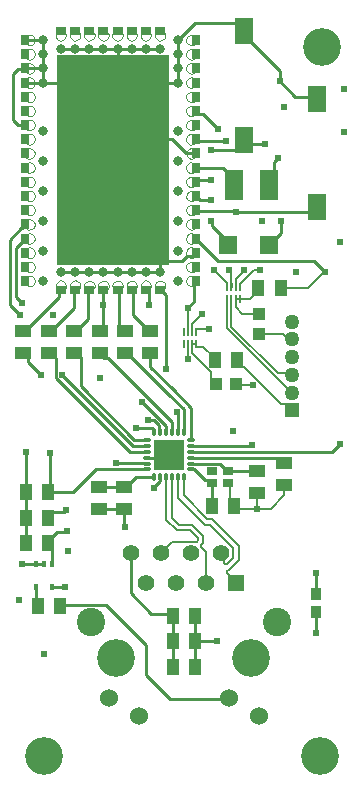
<source format=gtl>
G04*
G04 #@! TF.GenerationSoftware,Altium Limited,Altium Designer,20.0.10 (225)*
G04*
G04 Layer_Physical_Order=1*
G04 Layer_Color=255*
%FSLAX25Y25*%
%MOIN*%
G70*
G01*
G75*
%ADD12C,0.00000*%
%ADD16C,0.00800*%
%ADD33R,0.05000X0.05000*%
%ADD34C,0.05000*%
%ADD41R,0.03937X0.04331*%
%ADD42R,0.04331X0.03937*%
%ADD43R,0.04000X0.05500*%
%ADD44R,0.05500X0.04000*%
%ADD45R,0.09843X0.09843*%
G04:AMPARAMS|DCode=46|XSize=27.95mil|YSize=10.63mil|CornerRadius=3.72mil|HoleSize=0mil|Usage=FLASHONLY|Rotation=0.000|XOffset=0mil|YOffset=0mil|HoleType=Round|Shape=RoundedRectangle|*
%AMROUNDEDRECTD46*
21,1,0.02795,0.00319,0,0,0.0*
21,1,0.02051,0.01063,0,0,0.0*
1,1,0.00744,0.01026,-0.00160*
1,1,0.00744,-0.01026,-0.00160*
1,1,0.00744,-0.01026,0.00160*
1,1,0.00744,0.01026,0.00160*
%
%ADD46ROUNDEDRECTD46*%
G04:AMPARAMS|DCode=47|XSize=27.95mil|YSize=10.63mil|CornerRadius=3.72mil|HoleSize=0mil|Usage=FLASHONLY|Rotation=90.000|XOffset=0mil|YOffset=0mil|HoleType=Round|Shape=RoundedRectangle|*
%AMROUNDEDRECTD47*
21,1,0.02795,0.00319,0,0,90.0*
21,1,0.02051,0.01063,0,0,90.0*
1,1,0.00744,0.00160,0.01026*
1,1,0.00744,0.00160,-0.01026*
1,1,0.00744,-0.00160,-0.01026*
1,1,0.00744,-0.00160,0.01026*
%
%ADD47ROUNDEDRECTD47*%
%ADD48R,0.03819X0.03937*%
%ADD49R,0.00748X0.02795*%
%ADD50R,0.00748X0.03032*%
G04:AMPARAMS|DCode=51|XSize=35.43mil|YSize=29.53mil|CornerRadius=2.22mil|HoleSize=0mil|Usage=FLASHONLY|Rotation=90.000|XOffset=0mil|YOffset=0mil|HoleType=Round|Shape=RoundedRectangle|*
%AMROUNDEDRECTD51*
21,1,0.03543,0.02510,0,0,90.0*
21,1,0.03100,0.02953,0,0,90.0*
1,1,0.00443,0.01255,0.01550*
1,1,0.00443,0.01255,-0.01550*
1,1,0.00443,-0.01255,-0.01550*
1,1,0.00443,-0.01255,0.01550*
%
%ADD51ROUNDEDRECTD51*%
%ADD52C,0.03150*%
G04:AMPARAMS|DCode=53|XSize=35.43mil|YSize=29.53mil|CornerRadius=2.22mil|HoleSize=0mil|Usage=FLASHONLY|Rotation=0.000|XOffset=0mil|YOffset=0mil|HoleType=Round|Shape=RoundedRectangle|*
%AMROUNDEDRECTD53*
21,1,0.03543,0.02510,0,0,0.0*
21,1,0.03100,0.02953,0,0,0.0*
1,1,0.00443,0.01550,-0.01255*
1,1,0.00443,-0.01550,-0.01255*
1,1,0.00443,-0.01550,0.01255*
1,1,0.00443,0.01550,0.01255*
%
%ADD53ROUNDEDRECTD53*%
%ADD54R,0.05906X0.05906*%
%ADD55R,0.06299X0.08622*%
%ADD56R,0.05906X0.10236*%
%ADD57R,0.01575X0.02362*%
%ADD58R,0.03347X0.02953*%
%ADD59C,0.01000*%
%ADD60R,0.37500X0.70000*%
%ADD61C,0.12598*%
%ADD62C,0.06024*%
%ADD63C,0.09449*%
%ADD64C,0.05504*%
%ADD65R,0.05504X0.05504*%
%ADD66C,0.02400*%
D12*
X63714Y218347D02*
X63735Y218621D01*
X63714Y218895D02*
X63321Y219760D01*
X62537Y220298D01*
X61588Y220353D01*
X60748Y219910D01*
X60257Y219096D01*
Y218146D01*
X60748Y217333D01*
X61588Y216890D01*
X62537Y216945D01*
X63321Y217482D01*
X63714Y218347D01*
Y227796D02*
X63735Y228070D01*
X63467Y229007D01*
X62745Y229660D01*
X61786Y229833D01*
X60881Y229472D01*
X60303Y228688D01*
X60228Y227717D01*
X60677Y226852D01*
X61515Y226356D01*
X62489Y226378D01*
X63304Y226912D01*
X63714Y227796D01*
X63735Y213897D02*
X63498Y214783D01*
X62849Y215431D01*
X61963Y215669D01*
X61078Y215431D01*
X60429Y214783D01*
X60192Y213897D01*
X60429Y213011D01*
X61078Y212363D01*
X61963Y212125D01*
X62849Y212363D01*
X63498Y213011D01*
X63735Y213897D01*
X60636Y179653D02*
X61538Y179106D01*
X62591Y179169D01*
X63421Y179819D01*
X63735Y180826D01*
X60537Y179776D02*
X60636Y179653D01*
X9798Y251692D02*
X9517Y252650D01*
X8762Y253304D01*
X7774Y253446D01*
X6866Y253031D01*
X6327Y252191D01*
Y251193D01*
X6866Y250353D01*
X7774Y249939D01*
X8762Y250081D01*
X9517Y250734D01*
X9798Y251692D01*
Y242243D02*
X9546Y243154D01*
X8862Y243806D01*
X7940Y244013D01*
X7043Y243717D01*
X6425Y243001D01*
X6263Y242071D01*
X9798Y237519D02*
X9537Y238444D01*
X8832Y239097D01*
X7889Y239285D01*
X6987Y238953D01*
X6391Y238199D01*
X6276Y237245D01*
X6263Y242071D02*
X6331Y241729D01*
Y223860D02*
X6276Y223620D01*
X6259Y223221D01*
X52045Y168107D02*
X52510Y168326D01*
X51530Y168031D02*
X52045Y168107D01*
X42356Y168052D02*
X42478Y168076D01*
X42082Y168031D02*
X42356Y168052D01*
X37872Y168107D02*
X38780Y168747D01*
X39129Y169802D01*
X37500Y168036D02*
X37872Y168107D01*
X37432Y168032D02*
X37500Y168036D01*
X37357Y168031D02*
X37432Y168032D01*
X39129Y169802D02*
X38830Y170787D01*
X38035Y171439D01*
X37012Y171540D01*
X36105Y171055D01*
X35620Y170148D01*
X35721Y169124D01*
X36373Y168329D01*
X37357Y168031D01*
X27908D02*
X28182Y168052D01*
X28948Y168368D01*
X29487Y168997D01*
X29680Y169802D01*
X27572Y168063D02*
X27908Y168031D01*
X29680Y169802D02*
X29405Y170751D01*
X28664Y171405D01*
X27688Y171560D01*
X26781Y171169D01*
X26224Y170353D01*
X26191Y169365D01*
X26693Y168514D01*
X27572Y168063D01*
X41932Y168037D02*
X42082Y168031D01*
X42478Y168076D02*
X42596Y168107D01*
X43505Y168747D01*
X43853Y169802D01*
X32633Y168031D02*
X33147Y168107D01*
X32432Y168042D02*
X32633Y168031D01*
X43853Y169802D02*
X43565Y170771D01*
X42794Y171424D01*
X41791Y171550D01*
X40883Y171107D01*
X40365Y170239D01*
X40405Y169229D01*
X40991Y168406D01*
X41932Y168037D01*
X34405Y169802D02*
X34120Y170766D01*
X33357Y171419D01*
X32362Y171553D01*
X31453Y171124D01*
X30924Y170270D01*
X30944Y169266D01*
X31507Y168434D01*
X32432Y168042D01*
X18186Y168052D02*
X18258Y168042D01*
X18123Y168063D02*
X18186Y168052D01*
X18258Y168042D02*
X18432Y168031D01*
X18460Y168031D01*
X52510Y168326D02*
X53092Y168965D01*
X53302Y169802D01*
X47320Y168107D02*
X48229Y168747D01*
X48578Y169802D01*
X47271Y168093D02*
X47320Y168107D01*
X18734Y168052D02*
X19499Y168368D01*
X20038Y168997D01*
X20231Y169802D01*
X18460Y168031D02*
X18734Y168052D01*
X6331Y241729D02*
X6876Y240896D01*
X7784Y240488D01*
X8768Y240634D01*
X9519Y241288D01*
X9798Y242243D01*
X63735Y180826D02*
X63484Y181736D01*
X62800Y182388D01*
X61879Y182596D01*
X60982Y182301D01*
X60364Y181588D01*
X60200Y180658D01*
X60537Y179776D01*
X6276Y237245D02*
X6733Y236308D01*
X7638Y235790D01*
X8677Y235871D01*
X9492Y236523D01*
X9798Y237519D01*
Y223346D02*
X9519Y224301D01*
X8768Y224955D01*
X7784Y225101D01*
X6876Y224693D01*
X6331Y223860D01*
X9798Y190275D02*
X9556Y191168D01*
X8897Y191818D01*
X8000Y192046D01*
X7110Y191791D01*
X6470Y191122D01*
X6256Y190221D01*
X6259Y223221D02*
X6654Y222225D01*
X7551Y221639D01*
X8621Y221677D01*
X9474Y222325D01*
X9798Y223346D01*
X20231Y253267D02*
X19950Y254225D01*
X19196Y254878D01*
X18207Y255021D01*
X17299Y254606D01*
X16760Y253766D01*
Y252768D01*
X17299Y251928D01*
X18207Y251513D01*
X19196Y251655D01*
X19950Y252309D01*
X20231Y253267D01*
X24956D02*
X24674Y254225D01*
X23920Y254878D01*
X22932Y255021D01*
X22024Y254606D01*
X21484Y253766D01*
Y252768D01*
X22024Y251928D01*
X22932Y251513D01*
X23920Y251655D01*
X24674Y252309D01*
X24956Y253267D01*
X29680D02*
X29399Y254225D01*
X28644Y254878D01*
X27656Y255021D01*
X26748Y254606D01*
X26209Y253766D01*
Y252768D01*
X26748Y251928D01*
X27656Y251513D01*
X28644Y251655D01*
X29399Y252309D01*
X29680Y253267D01*
X34405D02*
X34123Y254225D01*
X33369Y254878D01*
X32381Y255021D01*
X31473Y254606D01*
X30933Y253766D01*
Y252768D01*
X31473Y251928D01*
X32381Y251513D01*
X33369Y251655D01*
X34123Y252309D01*
X34405Y253267D01*
X39129D02*
X38848Y254225D01*
X38093Y254878D01*
X37105Y255021D01*
X36197Y254606D01*
X35657Y253766D01*
Y252768D01*
X36197Y251928D01*
X37105Y251513D01*
X38093Y251655D01*
X38848Y252309D01*
X39129Y253267D01*
X43853D02*
X43572Y254225D01*
X42818Y254878D01*
X41829Y255021D01*
X40922Y254606D01*
X40382Y253766D01*
Y252768D01*
X40922Y251928D01*
X41829Y251513D01*
X42818Y251655D01*
X43572Y252309D01*
X43853Y253267D01*
X48578D02*
X48296Y254225D01*
X47542Y254878D01*
X46554Y255021D01*
X45646Y254606D01*
X45106Y253766D01*
Y252768D01*
X45646Y251928D01*
X46554Y251513D01*
X47542Y251655D01*
X48296Y252309D01*
X48578Y253267D01*
X53302D02*
X53021Y254225D01*
X52266Y254878D01*
X51278Y255021D01*
X50370Y254606D01*
X49831Y253766D01*
Y252768D01*
X50370Y251928D01*
X51278Y251513D01*
X52266Y251655D01*
X53021Y252309D01*
X53302Y253267D01*
X9798Y228070D02*
X9517Y229028D01*
X8762Y229682D01*
X7774Y229824D01*
X6866Y229409D01*
X6327Y228569D01*
Y227571D01*
X6866Y226731D01*
X7774Y226316D01*
X8762Y226459D01*
X9517Y227112D01*
X9798Y228070D01*
Y232794D02*
X9517Y233752D01*
X8762Y234406D01*
X7774Y234548D01*
X6866Y234134D01*
X6327Y233294D01*
Y232295D01*
X6866Y231456D01*
X7774Y231041D01*
X8762Y231183D01*
X9517Y231837D01*
X9798Y232794D01*
Y246968D02*
X9517Y247926D01*
X8762Y248579D01*
X7774Y248721D01*
X6866Y248307D01*
X6327Y247467D01*
Y246469D01*
X6866Y245629D01*
X7774Y245214D01*
X8762Y245356D01*
X9517Y246010D01*
X9798Y246968D01*
Y171377D02*
X9517Y172335D01*
X8762Y172989D01*
X7774Y173131D01*
X6866Y172716D01*
X6327Y171876D01*
Y170878D01*
X6866Y170038D01*
X7774Y169624D01*
X8762Y169766D01*
X9517Y170419D01*
X9798Y171377D01*
Y176102D02*
X9517Y177059D01*
X8762Y177713D01*
X7774Y177855D01*
X6866Y177441D01*
X6327Y176601D01*
Y175602D01*
X6866Y174763D01*
X7774Y174348D01*
X8762Y174490D01*
X9517Y175144D01*
X9798Y176102D01*
Y180826D02*
X9517Y181784D01*
X8762Y182438D01*
X7774Y182580D01*
X6866Y182165D01*
X6327Y181325D01*
Y180327D01*
X6866Y179487D01*
X7774Y179072D01*
X8762Y179215D01*
X9517Y179868D01*
X9798Y180826D01*
Y194999D02*
X9517Y195957D01*
X8762Y196611D01*
X7774Y196753D01*
X6866Y196338D01*
X6327Y195498D01*
Y194500D01*
X6866Y193660D01*
X7774Y193246D01*
X8762Y193388D01*
X9517Y194041D01*
X9798Y194999D01*
Y199724D02*
X9517Y200681D01*
X8762Y201335D01*
X7774Y201477D01*
X6866Y201063D01*
X6327Y200223D01*
Y199224D01*
X6866Y198385D01*
X7774Y197970D01*
X8762Y198112D01*
X9517Y198766D01*
X9798Y199724D01*
Y204448D02*
X9517Y205406D01*
X8762Y206060D01*
X7774Y206202D01*
X6866Y205787D01*
X6327Y204947D01*
Y203949D01*
X6866Y203109D01*
X7774Y202695D01*
X8762Y202836D01*
X9517Y203490D01*
X9798Y204448D01*
Y209173D02*
X9517Y210130D01*
X8762Y210784D01*
X7774Y210926D01*
X6866Y210511D01*
X6327Y209672D01*
Y208673D01*
X6866Y207834D01*
X7774Y207419D01*
X8762Y207561D01*
X9517Y208215D01*
X9798Y209173D01*
Y213897D02*
X9517Y214855D01*
X8762Y215508D01*
X7774Y215651D01*
X6866Y215236D01*
X6327Y214396D01*
Y213398D01*
X6866Y212558D01*
X7774Y212143D01*
X8762Y212285D01*
X9517Y212939D01*
X9798Y213897D01*
Y218621D02*
X9517Y219579D01*
X8762Y220233D01*
X7774Y220375D01*
X6866Y219960D01*
X6327Y219120D01*
Y218122D01*
X6866Y217282D01*
X7774Y216868D01*
X8762Y217010D01*
X9517Y217664D01*
X9798Y218621D01*
X63735Y190275D02*
X63454Y191233D01*
X62700Y191886D01*
X61711Y192028D01*
X60803Y191614D01*
X60264Y190774D01*
Y189776D01*
X60803Y188936D01*
X61711Y188521D01*
X62700Y188663D01*
X63454Y189317D01*
X63735Y190275D01*
Y176102D02*
X63454Y177059D01*
X62700Y177713D01*
X61711Y177855D01*
X60803Y177441D01*
X60264Y176601D01*
Y175602D01*
X60803Y174763D01*
X61711Y174348D01*
X62700Y174490D01*
X63454Y175144D01*
X63735Y176102D01*
Y251692D02*
X63454Y252650D01*
X62700Y253304D01*
X61711Y253446D01*
X60803Y253031D01*
X60264Y252191D01*
Y251193D01*
X60803Y250353D01*
X61711Y249939D01*
X62700Y250081D01*
X63454Y250734D01*
X63735Y251692D01*
Y246968D02*
X63454Y247926D01*
X62700Y248579D01*
X61711Y248721D01*
X60803Y248307D01*
X60264Y247467D01*
Y246469D01*
X60803Y245629D01*
X61711Y245214D01*
X62700Y245356D01*
X63454Y246010D01*
X63735Y246968D01*
Y242243D02*
X63454Y243201D01*
X62700Y243855D01*
X61711Y243997D01*
X60803Y243582D01*
X60264Y242742D01*
Y241744D01*
X60803Y240904D01*
X61711Y240490D01*
X62700Y240632D01*
X63454Y241285D01*
X63735Y242243D01*
Y237519D02*
X63454Y238477D01*
X62700Y239130D01*
X61711Y239273D01*
X60803Y238858D01*
X60264Y238018D01*
Y237020D01*
X60803Y236180D01*
X61711Y235765D01*
X62700Y235907D01*
X63454Y236561D01*
X63735Y237519D01*
Y232794D02*
X63454Y233752D01*
X62700Y234406D01*
X61711Y234548D01*
X60803Y234134D01*
X60264Y233294D01*
Y232295D01*
X60803Y231456D01*
X61711Y231041D01*
X62700Y231183D01*
X63454Y231837D01*
X63735Y232794D01*
Y223346D02*
X63454Y224304D01*
X62700Y224957D01*
X61711Y225099D01*
X60803Y224685D01*
X60264Y223845D01*
Y222847D01*
X60803Y222007D01*
X61711Y221592D01*
X62700Y221734D01*
X63454Y222388D01*
X63735Y223346D01*
X9453Y189225D02*
X9798Y190275D01*
X47143Y168063D02*
X47271Y168093D01*
X33147Y168107D02*
X34056Y168747D01*
X34405Y169802D01*
X53302D02*
X53004Y170787D01*
X52209Y171439D01*
X51185Y171540D01*
X50278Y171055D01*
X49793Y170148D01*
X49894Y169124D01*
X50546Y168329D01*
X51530Y168031D01*
X46292Y168107D02*
X46806Y168031D01*
X46932Y168035D01*
X47107Y168056D01*
X47143Y168063D01*
X48578Y169802D02*
X48314Y170732D01*
X47603Y171385D01*
X46654Y171567D01*
X45751Y171225D01*
X45161Y170460D01*
X45061Y169500D01*
X45479Y168629D01*
X46292Y168107D01*
X6331Y185036D02*
X6876Y184203D01*
X7784Y183795D01*
X8768Y183941D01*
X9519Y184595D01*
X9798Y185550D01*
X9516Y186511D01*
X8758Y187164D01*
X7767Y187303D01*
X6858Y186882D01*
X6323Y186037D01*
X6331Y185036D01*
X63735Y204448D02*
X63734Y204500D01*
X63735Y199724D02*
X63479Y200641D01*
X62785Y201293D01*
X61853Y201492D01*
X60953Y201179D01*
X60346Y200445D01*
X60206Y199503D01*
X60574Y198624D01*
X61344Y198064D01*
X62294Y197983D01*
X63147Y198406D01*
X63659Y199209D01*
X63734Y204500D02*
X63714Y204722D01*
X63321Y205587D01*
X62537Y206124D01*
X61588Y206180D01*
X60748Y205737D01*
X60257Y204923D01*
Y203973D01*
X60748Y203159D01*
X61588Y202717D01*
X62537Y202772D01*
X63321Y203309D01*
X63714Y204174D01*
X63735Y204448D01*
X63734Y209118D02*
X63735Y209173D01*
X63735Y185500D02*
X63735Y185550D01*
X17945Y168107D02*
X18123Y168063D01*
X20231Y169802D02*
X19968Y170732D01*
X19256Y171385D01*
X18308Y171567D01*
X17404Y171225D01*
X16815Y170460D01*
X16714Y169500D01*
X17132Y168629D01*
X17945Y168107D01*
X23184Y168031D02*
X24070Y168268D01*
X24718Y168917D01*
X24956Y169802D01*
X24692Y170732D01*
X23981Y171385D01*
X23032Y171567D01*
X22129Y171225D01*
X21539Y170460D01*
X21439Y169500D01*
X21857Y168629D01*
X22670Y168107D01*
X22764Y168081D01*
X22910Y168052D01*
X23184Y168031D01*
X63659Y199209D02*
X63721Y199500D01*
X63735Y199724D01*
X63693Y185168D02*
X63714Y185276D01*
X63735Y195000D02*
X63731Y195121D01*
X63406Y196028D01*
X62654Y196631D01*
X61698Y196751D01*
X60820Y196353D01*
X60281Y195554D01*
X60239Y194591D01*
X60708Y193749D01*
X61548Y193277D01*
X62511Y193314D01*
X63312Y193850D01*
X63714Y194725D01*
X63735Y194999D02*
Y195000D01*
X63714Y194725D02*
X63735Y194999D01*
X6287Y189938D02*
X6755Y189041D01*
X7637Y188547D01*
X8646Y188615D01*
X9453Y189225D01*
X6256Y190221D02*
X6287Y189938D01*
X63714Y208898D02*
X63734Y209118D01*
X63735Y209173D02*
X63703Y209509D01*
X63283Y210355D01*
X62487Y210865D01*
X61543Y210894D01*
X60719Y210433D01*
X60248Y209614D01*
X60265Y208669D01*
X60765Y207868D01*
X61605Y207437D01*
X62548Y207500D01*
X63324Y208038D01*
X63714Y208898D01*
X63725Y218813D02*
X63714Y218895D01*
X63735Y218621D02*
X63725Y218813D01*
X63703Y171714D02*
X63659Y171891D01*
X63735Y171377D02*
X63703Y171714D01*
X63659Y171891D02*
X63095Y172740D01*
X62157Y173138D01*
X61155Y172954D01*
X60421Y172248D01*
X60196Y171254D01*
X60556Y170301D01*
X61382Y169704D01*
X62400Y169660D01*
X63274Y170184D01*
X63714Y171103D01*
X63735Y171377D01*
Y185550D02*
X63479Y186468D01*
X62785Y187120D01*
X61853Y187319D01*
X60953Y187006D01*
X60346Y186272D01*
X60206Y185330D01*
X60574Y184451D01*
X61344Y183890D01*
X62294Y183810D01*
X63147Y184232D01*
X63659Y185036D01*
X63693Y185168D01*
X63714Y185276D02*
X63715Y185285D01*
X63735Y185500D01*
D16*
X75311Y169449D02*
Y174014D01*
X74565Y174761D02*
X75311Y174014D01*
X74565Y174761D02*
Y175194D01*
X75337Y169475D02*
Y170718D01*
X75311Y169449D02*
X75337Y169475D01*
X69794Y174706D02*
X73933Y170567D01*
Y168949D02*
Y170567D01*
X82840Y175194D02*
X84694D01*
X78093Y170447D02*
X82840Y175194D01*
X76689Y172012D02*
X79337Y174660D01*
X76689Y170447D02*
Y172012D01*
X64093Y155500D02*
X67862D01*
X68150D01*
X68500Y155150D01*
X63567Y154974D02*
X64093Y155500D01*
X77200Y144250D02*
Y145000D01*
Y144250D02*
X78800Y142650D01*
X79550D01*
X91817Y130384D01*
X93400D01*
X95500Y128284D01*
X94896Y140698D02*
X95500Y140094D01*
X90829Y140698D02*
X94896D01*
X74000Y155689D02*
X90291Y139398D01*
X90291D01*
X74000Y155689D02*
Y164242D01*
X75311Y156216D02*
Y165551D01*
Y156216D02*
X90829Y140698D01*
X90291Y139398D02*
X95500Y134189D01*
X60809Y145691D02*
Y150549D01*
Y145691D02*
X61000Y145500D01*
X68388Y138568D02*
Y141082D01*
X62189Y147281D02*
X68388Y141082D01*
X62189Y147281D02*
Y150551D01*
X84346Y160500D02*
X84500Y160346D01*
X79000Y160500D02*
X84346D01*
X76689Y162811D02*
Y165551D01*
Y162811D02*
X79000Y160500D01*
X84500Y153654D02*
X92615D01*
X94363Y151906D01*
X95500D01*
X106306Y174306D02*
Y174500D01*
X91700Y169000D02*
X101000D01*
X106306Y174306D01*
X84300Y168250D02*
Y169000D01*
X78067Y165551D02*
X81601D01*
X84300Y168250D01*
Y169000D02*
Y170500D01*
X106306Y174500D02*
X106500D01*
X76689Y165551D02*
X78067D01*
X73933D02*
X73959Y165525D01*
Y164283D02*
Y165525D01*
Y164283D02*
X74000Y164242D01*
X76846Y137000D02*
X77231Y136615D01*
X82615D01*
X69957Y137000D02*
X70153D01*
X68388Y138568D02*
X69957Y137000D01*
X63542Y150551D02*
X63567Y150526D01*
Y150551D01*
Y149580D02*
Y150526D01*
Y149580D02*
X63593Y149554D01*
X65996D01*
X69800Y145750D01*
Y145000D02*
Y145750D01*
Y137354D02*
X70153Y137000D01*
X62189Y150551D02*
X63542D01*
X59337Y99940D02*
X67302Y91975D01*
X77752Y78409D02*
Y83174D01*
X74566Y75223D02*
X77752Y78409D01*
X73700Y74091D02*
Y74754D01*
X57537Y99195D02*
X66557Y90175D01*
X73820Y77023D02*
X75952Y79154D01*
X72000Y80791D02*
X72689Y80102D01*
X65973Y84166D02*
Y86320D01*
X53600Y91810D02*
X57136Y88275D01*
X63704Y84443D02*
X64173Y84912D01*
X57453Y106020D02*
X57537Y105935D01*
X68205Y90175D02*
X75952Y82428D01*
X72689Y77491D02*
X73158Y77023D01*
X57881Y90074D02*
X62219D01*
X65213Y82743D02*
Y83406D01*
X61473Y88275D02*
X64173Y85575D01*
X53600Y91810D02*
Y105935D01*
X67000Y70791D02*
Y80956D01*
X67302Y91975D02*
X68951D01*
X77752Y83174D01*
X74169Y75223D02*
X74566D01*
X73700Y74754D02*
X74169Y75223D01*
X57537Y99195D02*
Y105935D01*
X75952Y79154D02*
Y82428D01*
X72689Y77491D02*
Y80102D01*
X62219Y90074D02*
X65973Y86320D01*
X65213Y82743D02*
X67000Y80956D01*
X64173Y84912D02*
Y85575D01*
X52000Y80791D02*
X55652Y84443D01*
X59337Y105935D02*
X59421Y106020D01*
X59337Y99940D02*
Y105935D01*
X73700Y74091D02*
X77000Y70791D01*
X66557Y90175D02*
X68205D01*
X73158Y77023D02*
X73820D01*
X55400Y92556D02*
X57881Y90074D01*
X65213Y83406D02*
X65973Y84166D01*
X57136Y88275D02*
X61473D01*
X55652Y84443D02*
X63704D01*
X55400Y92556D02*
Y105935D01*
X53516Y106020D02*
X53600Y105935D01*
X55400D02*
X55484Y106020D01*
X84000Y95500D02*
X88500D01*
X77200D02*
X84000D01*
X75000Y97700D02*
X77200Y95500D01*
X93000Y100000D02*
Y103300D01*
X88500Y95500D02*
X93000Y100000D01*
X84000Y95500D02*
Y100800D01*
X74158Y103933D02*
X75000Y103091D01*
Y97700D02*
Y103091D01*
X62189Y157189D02*
X65500Y160500D01*
X62189Y154449D02*
Y157189D01*
X63567Y154331D02*
Y154974D01*
X60809Y150549D02*
X60811Y150551D01*
X60785Y154475D02*
X60811Y154449D01*
X60785Y154475D02*
Y162404D01*
X60689Y162500D02*
X60785Y162404D01*
D33*
X95500Y128284D02*
D03*
D34*
Y151906D02*
D03*
Y157811D02*
D03*
Y140094D02*
D03*
Y134189D02*
D03*
Y146000D02*
D03*
D41*
X84500Y160346D02*
D03*
Y153654D02*
D03*
D42*
X70153Y137000D02*
D03*
X76846D02*
D03*
D43*
X84300Y169000D02*
D03*
X91700D02*
D03*
X77200Y145000D02*
D03*
X69800D02*
D03*
X63200Y51379D02*
D03*
X55800D02*
D03*
X6900Y84000D02*
D03*
X14300D02*
D03*
Y101000D02*
D03*
X6900D02*
D03*
X14300Y92446D02*
D03*
X6900D02*
D03*
X18200Y63000D02*
D03*
X10800D02*
D03*
X68800Y96500D02*
D03*
X76200D02*
D03*
X63200Y59879D02*
D03*
X55800D02*
D03*
Y42879D02*
D03*
X63200D02*
D03*
D44*
X84000Y100800D02*
D03*
Y108200D02*
D03*
X93000Y110700D02*
D03*
Y103300D02*
D03*
X39533Y95300D02*
D03*
Y102700D02*
D03*
X31032D02*
D03*
Y95300D02*
D03*
X40000Y154724D02*
D03*
Y147324D02*
D03*
X14500Y147363D02*
D03*
Y154763D02*
D03*
X48328Y154724D02*
D03*
Y147324D02*
D03*
X31500Y147300D02*
D03*
Y154700D02*
D03*
X23000Y147363D02*
D03*
Y154763D02*
D03*
X6000Y147363D02*
D03*
Y154763D02*
D03*
D45*
X54500Y113500D02*
D03*
D46*
X47020Y112516D02*
D03*
X61980Y110547D02*
D03*
Y108579D02*
D03*
X47020Y110547D02*
D03*
Y114484D02*
D03*
Y116453D02*
D03*
Y118421D02*
D03*
X61980D02*
D03*
Y112516D02*
D03*
X47020Y108579D02*
D03*
X61980Y116453D02*
D03*
Y114484D02*
D03*
D47*
X51547Y106020D02*
D03*
X49579D02*
D03*
X59421D02*
D03*
X57453D02*
D03*
X55484D02*
D03*
X53516D02*
D03*
X49579Y120980D02*
D03*
X51547D02*
D03*
X55484D02*
D03*
X59421D02*
D03*
X53516D02*
D03*
X57453D02*
D03*
D48*
X103500Y67000D02*
D03*
Y61213D02*
D03*
D49*
X63567Y150551D02*
D03*
X62189D02*
D03*
X60811D02*
D03*
X59433D02*
D03*
Y154449D02*
D03*
X60811D02*
D03*
X62189D02*
D03*
X78067Y165551D02*
D03*
X76689D02*
D03*
X75311D02*
D03*
X73933D02*
D03*
Y169449D02*
D03*
X75311D02*
D03*
X76689D02*
D03*
D50*
X63567Y154331D02*
D03*
X78067Y169331D02*
D03*
D51*
X63440Y209173D02*
D03*
X6550Y237519D02*
D03*
Y242243D02*
D03*
Y251692D02*
D03*
Y223346D02*
D03*
X63440Y180826D02*
D03*
X6550Y190275D02*
D03*
Y185550D02*
D03*
X63440Y199724D02*
D03*
Y194999D02*
D03*
Y204448D02*
D03*
X6550Y228070D02*
D03*
Y232794D02*
D03*
Y246968D02*
D03*
Y171377D02*
D03*
Y176102D02*
D03*
Y180826D02*
D03*
Y194999D02*
D03*
Y199724D02*
D03*
Y204448D02*
D03*
Y209173D02*
D03*
Y213897D02*
D03*
Y218621D02*
D03*
X63440Y190275D02*
D03*
Y185550D02*
D03*
Y176102D02*
D03*
Y251692D02*
D03*
Y246968D02*
D03*
Y242243D02*
D03*
Y237519D02*
D03*
Y232794D02*
D03*
Y223346D02*
D03*
Y213897D02*
D03*
Y218621D02*
D03*
Y228070D02*
D03*
Y171377D02*
D03*
D52*
X18460Y248739D02*
D03*
X23184D02*
D03*
X27908D02*
D03*
X32633D02*
D03*
X37357D02*
D03*
X42082D02*
D03*
X46806D02*
D03*
X51530D02*
D03*
Y174330D02*
D03*
X46806D02*
D03*
X42082D02*
D03*
X37357D02*
D03*
X32633D02*
D03*
X27908D02*
D03*
X23184D02*
D03*
X18460D02*
D03*
X34995Y211535D02*
D03*
X37751Y239881D02*
D03*
X32239D02*
D03*
X41058Y232794D02*
D03*
X28932Y218621D02*
D03*
Y211535D02*
D03*
Y204448D02*
D03*
Y197362D02*
D03*
X41058Y218621D02*
D03*
Y211535D02*
D03*
Y204448D02*
D03*
Y197362D02*
D03*
X28932Y232794D02*
D03*
X34995Y204448D02*
D03*
Y197362D02*
D03*
X12554Y251692D02*
D03*
Y246968D02*
D03*
Y242243D02*
D03*
Y237519D02*
D03*
X57436Y251692D02*
D03*
Y246968D02*
D03*
Y242243D02*
D03*
Y237519D02*
D03*
X12554Y221338D02*
D03*
X57436D02*
D03*
Y211338D02*
D03*
Y201338D02*
D03*
Y191338D02*
D03*
Y181338D02*
D03*
Y171338D02*
D03*
X12554Y211338D02*
D03*
Y201338D02*
D03*
Y191338D02*
D03*
Y181338D02*
D03*
Y171338D02*
D03*
D53*
X32633Y168326D02*
D03*
X51530D02*
D03*
X37357D02*
D03*
X42082D02*
D03*
X18460D02*
D03*
X23184D02*
D03*
X27908D02*
D03*
X46806D02*
D03*
X18460Y254743D02*
D03*
X23184D02*
D03*
X27908D02*
D03*
X32633D02*
D03*
X37357D02*
D03*
X42082D02*
D03*
X46806D02*
D03*
X51530D02*
D03*
D54*
X74110Y183500D02*
D03*
X87890D02*
D03*
D55*
X104000Y195929D02*
D03*
Y232071D02*
D03*
X79500Y218429D02*
D03*
Y254571D02*
D03*
D56*
X76095Y203500D02*
D03*
X87906D02*
D03*
D57*
X10282Y69500D02*
D03*
X15400Y76980D02*
D03*
X12841D02*
D03*
X10282D02*
D03*
X15400Y69500D02*
D03*
D58*
X74158Y108067D02*
D03*
X68843D02*
D03*
Y103933D02*
D03*
X74158D02*
D03*
D59*
X39533Y90346D02*
Y95300D01*
Y90346D02*
X40000Y89879D01*
Y89500D02*
Y89879D01*
X47020Y112516D02*
X53516D01*
X54500Y113500D01*
X63714Y218347D02*
X64061Y218000D01*
X15400Y69500D02*
X20000D01*
X61980Y116453D02*
X81953D01*
X82226Y116726D01*
X102950Y178050D02*
X106500Y174500D01*
X63471Y185475D02*
X64018Y184927D01*
X70937Y178050D02*
X102950D01*
X65805Y227195D02*
X71000Y222000D01*
X63440Y228070D02*
X63735D01*
X63714Y227796D02*
X64315Y227195D01*
X63440Y228070D02*
X63714Y227796D01*
X70643Y178345D02*
X70937Y178050D01*
X64599Y184347D02*
X64640D01*
X70643Y178345D01*
X64018Y184927D02*
X64599Y184347D01*
X51530Y178121D02*
Y178621D01*
X6000Y147363D02*
X6051D01*
X7551Y145863D01*
Y144449D02*
Y145863D01*
Y144449D02*
X12000Y140000D01*
X43500Y122500D02*
X48925D01*
X49579Y121846D01*
X61980Y112516D02*
X90434D01*
X92250Y110700D01*
X93000D01*
X67866Y104909D02*
X68843Y103933D01*
X62846Y108579D02*
X66516Y104909D01*
X61980Y108579D02*
X62846D01*
X66516Y104909D02*
X67866D01*
X61980Y110547D02*
X71480D01*
X73961Y108067D01*
X77571Y257500D02*
X80000Y255071D01*
X60192Y213897D02*
X63440D01*
X60157D02*
X60192D01*
X60636Y179653D02*
X62463D01*
X60464D02*
X60636D01*
X9798Y251692D02*
X12554D01*
X9798Y242243D02*
X12554D01*
X6550Y251692D02*
X9798D01*
X6550Y242243D02*
X9798D01*
X6263Y242071D02*
X6377D01*
X4160D02*
X6263D01*
X9798Y237519D02*
X12554D01*
X6550D02*
X9798D01*
X6050Y223394D02*
X6276Y223620D01*
X74158Y108067D02*
X83867D01*
X84000Y108200D01*
X68843Y96543D02*
Y103933D01*
X68800Y96500D02*
X68843Y96543D01*
X73961Y108067D02*
X74158D01*
X61980Y114484D02*
X108984D01*
X111500Y117000D01*
X57226Y127774D02*
X57453Y127547D01*
Y120980D02*
Y127547D01*
X54225Y133887D02*
X59500Y128611D01*
Y122063D02*
Y128611D01*
X59453Y122016D02*
X59500Y122063D01*
X54187Y133887D02*
X54225D01*
X59453Y121012D02*
Y122016D01*
X59421Y120980D02*
X59453Y121012D01*
X34150Y145800D02*
X55484Y124466D01*
X33000Y145800D02*
X34150D01*
X55484Y120980D02*
Y124466D01*
X42250Y145824D02*
X54187Y133887D01*
X55806Y135387D02*
X61980Y129212D01*
X55806Y135387D02*
X55806D01*
X61980Y118421D02*
Y129212D01*
X42250Y145824D02*
Y145824D01*
X40750Y147324D02*
X42250Y145824D01*
X40000Y147324D02*
X40750D01*
X48328Y142865D02*
Y147324D01*
Y142865D02*
X55806Y135387D01*
X52045Y168107D02*
X53500Y166652D01*
Y142000D02*
Y166652D01*
X45500Y131000D02*
X45621D01*
X53484Y123137D01*
X51110Y122283D02*
Y123390D01*
X47500Y125000D02*
X49500D01*
X51110Y123390D01*
X51547Y120980D02*
Y121846D01*
X53484Y121012D02*
Y123137D01*
X51110Y122283D02*
X51547Y121846D01*
X31500Y147300D02*
X33000Y145800D01*
X7000Y101100D02*
Y114500D01*
X14300Y101000D02*
X15000Y101700D01*
Y114000D01*
X53484Y121012D02*
X53516Y120980D01*
X19000Y140000D02*
X42547Y116453D01*
X25250Y136254D02*
X42951Y118553D01*
X42951D01*
X43030Y118474D01*
X46988Y118453D02*
X47020Y118421D01*
X45984Y118453D02*
X46988D01*
X43030Y118474D02*
X45963D01*
X45984Y118453D01*
X25250Y136254D02*
Y145863D01*
X23750Y147363D02*
X25250Y145863D01*
X23000Y147363D02*
X23750D01*
X42547Y116453D02*
X47020D01*
X49579Y120980D02*
Y121846D01*
X14500Y147363D02*
X15250D01*
X41405Y114484D02*
X47020D01*
X16750Y139139D02*
Y145863D01*
Y139139D02*
X41405Y114484D01*
X15250Y147363D02*
X16750Y145863D01*
X39533Y102700D02*
X40282D01*
X43602Y106020D01*
X49579D01*
X37200Y110579D02*
X46988D01*
X37000Y110779D02*
X37200Y110579D01*
X30079Y108579D02*
X47020D01*
X22500Y101000D02*
X30079Y108579D01*
X14300Y101000D02*
X22500D01*
X19714Y94500D02*
X20214Y95000D01*
X15800Y94500D02*
X19714D01*
X20235Y87735D02*
X20617Y88117D01*
X14300Y92446D02*
Y93000D01*
X15800Y94500D01*
X46988Y110579D02*
X47020Y110547D01*
X6900Y101000D02*
X7000Y101100D01*
X14300Y84000D02*
Y84750D01*
X17285Y87735D01*
X20235D01*
X31032Y102700D02*
X39533D01*
X31032Y95300D02*
X39533D01*
X51516Y105988D02*
X51547Y106020D01*
X51516Y104720D02*
Y105988D01*
X49500Y102400D02*
Y102704D01*
X51516Y104720D01*
X103500Y54000D02*
Y61213D01*
Y67000D02*
Y74000D01*
X37357Y168326D02*
X38000Y167683D01*
X63000Y169940D02*
Y170937D01*
X18258Y167940D02*
X18846D01*
X17935Y167617D02*
X18258Y167940D01*
X17935Y165935D02*
Y167617D01*
X8263Y156263D02*
X17935Y165935D01*
X6000Y154763D02*
X7500Y156263D01*
X8263D01*
X76775Y194725D02*
X77000Y194500D01*
X1500Y163500D02*
X5000Y160000D01*
X6287Y189938D02*
X6550Y190201D01*
X2432Y225121D02*
X4160Y223394D01*
X47397Y168031D02*
X47928Y167499D01*
X5574Y189003D02*
X6287Y189717D01*
X32633Y168042D02*
Y168326D01*
X5574Y184279D02*
X6183Y184889D01*
X55432Y218621D02*
X60157Y213897D01*
X1500Y185189D02*
X5314Y189003D01*
X32633Y174330D02*
X37357D01*
X63731Y194725D02*
X63735D01*
X19232Y168326D02*
X19528D01*
X63721Y199500D02*
X64721Y198500D01*
X57436Y242243D02*
Y246968D01*
X32633Y168031D02*
Y168042D01*
Y248739D02*
X37357D01*
X18460Y174330D02*
X23184D01*
X51530Y178621D02*
X52030Y178121D01*
X4160Y223394D02*
X6050D01*
X37357Y168326D02*
X37500Y168183D01*
X24208Y237519D02*
X28932Y232794D01*
X37554Y240078D02*
X37751Y239881D01*
X47928Y164072D02*
X48000Y164000D01*
X63735Y194725D02*
X76775D01*
X5314Y189003D02*
X5574D01*
X37751Y236102D02*
Y239881D01*
X37357Y248739D02*
X42082D01*
X46806D02*
X51530D01*
X63714Y204722D02*
X63992Y205000D01*
X6331Y185036D02*
X6550Y185255D01*
X6287Y189717D02*
Y189938D01*
X46806Y168056D02*
Y168093D01*
X63440Y204153D02*
Y204448D01*
X12554Y237519D02*
Y242243D01*
X41058Y197362D02*
X51530Y186889D01*
X52030Y178121D02*
X58932D01*
X46806Y168093D02*
Y168326D01*
X63440Y204448D02*
X63714Y204722D01*
X6550Y185255D02*
Y185550D01*
X45783Y237519D02*
X57436D01*
X42082Y248739D02*
X46806D01*
X47179Y168031D02*
X47397D01*
X63992Y205000D02*
X68432D01*
X18846Y167940D02*
X19232Y168326D01*
X32500Y167898D02*
X32633Y168031D01*
X27908Y174330D02*
X32633D01*
X6287Y189938D02*
Y189938D01*
X37357Y248739D02*
X37554Y248543D01*
X41058Y232794D02*
X45783Y237519D01*
X28932Y211535D02*
Y218621D01*
X12554Y242243D02*
Y246968D01*
X57436Y237519D02*
Y242243D01*
X34995Y211535D02*
X41058D01*
X6550Y190201D02*
Y190275D01*
X57436Y246968D02*
Y251692D01*
X51530Y178621D02*
Y186889D01*
X64315Y227195D02*
X65805D01*
X37357Y174330D02*
X42082D01*
X63714Y194725D02*
X63731D01*
X28932Y211535D02*
X34995D01*
X64061Y218000D02*
X73500D01*
X3500Y166000D02*
Y182308D01*
X6377Y242071D02*
X6550Y242243D01*
X51530Y168326D02*
X51897Y167959D01*
X62463Y179653D02*
X63440Y180629D01*
X23184Y248739D02*
X27908D01*
X37554Y240078D02*
Y248543D01*
X1500Y163500D02*
Y185189D01*
X42082Y174330D02*
X46806D01*
X41105Y204448D02*
X41432Y204121D01*
X63440Y180629D02*
Y180826D01*
X47320Y168031D02*
X47397D01*
X41058Y218621D02*
X55432D01*
X46806Y168031D02*
X47320D01*
X12554Y237519D02*
X24208D01*
X2432Y225121D02*
Y240343D01*
X4160Y242071D01*
X18460Y248739D02*
X23184D01*
X12554Y246968D02*
Y251692D01*
X34995Y204448D02*
Y211535D01*
X23184Y174330D02*
X27908D01*
X34995Y204448D02*
X41058D01*
X27908Y248739D02*
X32633D01*
X46806Y174330D02*
X51530D01*
X64721Y198500D02*
X68432D01*
X47928Y164072D02*
Y167499D01*
X41058Y211535D02*
Y218621D01*
X34995Y197362D02*
X41058D01*
Y204448D02*
X41105D01*
X3500Y182308D02*
X5470Y184279D01*
X46806Y168031D02*
Y168035D01*
X37751Y236102D02*
X41058Y232794D01*
X32239Y236102D02*
Y239881D01*
X28932Y232794D02*
X32239Y236102D01*
X63440Y194999D02*
X63735D01*
X32239Y239881D02*
X37751D01*
X28932Y197362D02*
Y204448D01*
X3500Y166000D02*
X5500Y164000D01*
X32500Y163500D02*
Y167898D01*
X5470Y184279D02*
X5574D01*
X6183Y184889D02*
Y185184D01*
X41058Y218621D02*
Y232794D01*
X58932Y178121D02*
X60464Y179653D01*
X28932Y197362D02*
X34995D01*
X28932Y204448D02*
X34995D01*
X51530Y174330D02*
Y178621D01*
X63000Y164715D02*
Y169940D01*
X63470Y170859D02*
X63714Y171103D01*
X60785Y162500D02*
X63000Y164715D01*
X60689Y162500D02*
X60785D01*
X92000Y187500D02*
Y191500D01*
X90453Y185953D02*
X92000Y187500D01*
X87406Y201500D02*
X89858Y203953D01*
X87906Y203500D02*
X89500Y205095D01*
Y211000D01*
X91000Y212500D01*
X90342Y185953D02*
X90453D01*
X87890Y183500D02*
X90342Y185953D01*
X38000Y156224D02*
Y167683D01*
X39500Y154724D02*
X40000D01*
X38000Y156224D02*
X39500Y154724D01*
X42500Y160000D02*
Y167612D01*
X46078Y156224D02*
Y156422D01*
X47078Y155224D02*
X48328D01*
X42301Y167812D02*
X42500Y167612D01*
X42082Y168031D02*
X42301Y167812D01*
X42500Y160000D02*
X46078Y156422D01*
Y156224D02*
X47078Y155224D01*
X25263Y156263D02*
X27572Y158572D01*
X24500Y156263D02*
X25263D01*
X23000Y154763D02*
X24500Y156263D01*
X27572Y158572D02*
Y168031D01*
X23000Y162500D02*
Y167369D01*
X16000Y156263D02*
X16763D01*
X23000Y162500D01*
X14500Y154763D02*
X16000Y156263D01*
X42448Y167959D02*
X42500Y167908D01*
X42151Y168256D02*
X42405Y168003D01*
X42448Y167959D01*
X42082Y168326D02*
X42151Y168256D01*
X32500Y156200D02*
Y163500D01*
X37653Y168326D02*
X37872Y168107D01*
X37357Y168031D02*
X37437D01*
X37500Y168036D02*
Y168183D01*
X31500Y155200D02*
X32500Y156200D01*
X27572Y168031D02*
Y168063D01*
X27835Y168326D01*
X27908D01*
X63440Y171377D02*
X63735D01*
X23423Y167792D02*
X23741Y168111D01*
X63735Y209173D02*
X72587D01*
X63440D02*
X63735D01*
X72587D02*
X75595Y206165D01*
Y201500D02*
Y206165D01*
X102571Y194500D02*
X104000Y195929D01*
X77000Y194500D02*
X102571D01*
X5500Y77000D02*
X5510Y76990D01*
X10272D01*
X63321Y51500D02*
X70000D01*
X47000Y40000D02*
X55000Y32000D01*
X33476Y63524D02*
X47000Y50000D01*
Y40000D02*
Y50000D01*
X17100Y63500D02*
X24722D01*
X17100Y63000D02*
X17600Y63500D01*
X24722D02*
X24745Y63524D01*
X55000Y32000D02*
X74016D01*
X74500Y32484D01*
X24745Y63524D02*
X33476D01*
X6900Y92446D02*
Y101000D01*
Y84000D02*
Y92446D01*
X10272Y76990D02*
X10282Y76980D01*
X15300Y84000D02*
X15400Y83900D01*
X10282Y63282D02*
Y69500D01*
Y76980D02*
X12841D01*
X15400D02*
Y83900D01*
X79500Y253410D02*
Y254571D01*
X82150Y250760D02*
X82240D01*
X91500Y238000D02*
Y241500D01*
X82240Y250760D02*
X91500Y241500D01*
X79500Y253410D02*
X82150Y250760D01*
X91500Y238000D02*
X96607Y232893D01*
X22969Y167815D02*
X23184Y168031D01*
X96607Y232893D02*
X102481D01*
X81571Y217579D02*
X82150Y217000D01*
X81571Y217579D02*
Y221500D01*
X82150Y217000D02*
X86500D01*
X68500Y215000D02*
X76850D01*
X79500Y217650D02*
Y219429D01*
X76850Y215000D02*
X79500Y217650D01*
X72658Y185953D02*
X75110Y183500D01*
X72547Y185953D02*
X72658D01*
X68714Y189786D02*
X72547Y185953D01*
X68714Y189786D02*
Y191396D01*
X68610Y191500D02*
X68714Y191396D01*
X102474Y234822D02*
X103403Y233893D01*
X55179Y60500D02*
X55800Y59879D01*
X41754Y67246D02*
X48500Y60500D01*
X55179D01*
X55800Y51379D02*
Y59879D01*
X63200Y51379D02*
X63321Y51500D01*
X63244Y257500D02*
X77571D01*
X57436Y251692D02*
X63244Y257500D01*
X41754Y67246D02*
Y80545D01*
X63200Y42879D02*
Y51379D01*
X55800Y42879D02*
Y51379D01*
X63200D02*
Y59879D01*
D60*
X35750Y211621D02*
D03*
D61*
X82000Y45791D02*
D03*
X37000D02*
D03*
X105500Y249500D02*
D03*
X13000Y13000D02*
D03*
X105000D02*
D03*
D62*
X34598Y32484D02*
D03*
X74500D02*
D03*
X44500Y26500D02*
D03*
X84402D02*
D03*
D63*
X90504Y57799D02*
D03*
X28496D02*
D03*
D64*
X42000Y80791D02*
D03*
X47000Y70791D02*
D03*
X52000Y80791D02*
D03*
X57000Y70791D02*
D03*
X62000Y80791D02*
D03*
X67000Y70791D02*
D03*
X72000Y80791D02*
D03*
D65*
X77000Y70791D02*
D03*
D66*
X40000Y89500D02*
D03*
X68843Y108067D02*
D03*
X97000Y174500D02*
D03*
X74565Y175194D02*
D03*
X69500D02*
D03*
X79629D02*
D03*
X84694D02*
D03*
X20000Y69500D02*
D03*
X21000Y81500D02*
D03*
X82226Y116726D02*
D03*
X67862Y155500D02*
D03*
X61000Y145500D02*
D03*
X106500Y174500D02*
D03*
X71000Y222000D02*
D03*
X82615Y136615D02*
D03*
X12000Y140000D02*
D03*
X43500Y122500D02*
D03*
X76000Y121500D02*
D03*
X84000Y95500D02*
D03*
X57226Y127774D02*
D03*
X53500Y142000D02*
D03*
X45500Y131000D02*
D03*
X7000Y114500D02*
D03*
X15000Y114000D02*
D03*
X47500Y125000D02*
D03*
X19000Y140000D02*
D03*
X31500Y139000D02*
D03*
X37000Y110779D02*
D03*
X20214Y95000D02*
D03*
X20617Y88117D02*
D03*
X57000Y115500D02*
D03*
X52000D02*
D03*
X57000Y111000D02*
D03*
X52000D02*
D03*
X49500Y102400D02*
D03*
X103500Y54000D02*
D03*
Y74000D02*
D03*
X111500Y117000D02*
D03*
X48000Y163500D02*
D03*
X60689Y162500D02*
D03*
X16000Y160000D02*
D03*
X68432Y205000D02*
D03*
X73500Y218000D02*
D03*
X5000Y160000D02*
D03*
X32500Y163500D02*
D03*
X77000Y194500D02*
D03*
X68432Y198500D02*
D03*
X5500Y164000D02*
D03*
X65500Y160500D02*
D03*
X92000Y191500D02*
D03*
X91000Y212500D02*
D03*
X13000Y47000D02*
D03*
X4500Y65000D02*
D03*
X5500Y77000D02*
D03*
X70500Y51500D02*
D03*
X113000Y235500D02*
D03*
X93000Y229500D02*
D03*
X91500Y238000D02*
D03*
X86500Y217000D02*
D03*
X85500Y191300D02*
D03*
X68500Y215000D02*
D03*
X111500Y184500D02*
D03*
X113000Y221000D02*
D03*
X68610Y191500D02*
D03*
M02*

</source>
